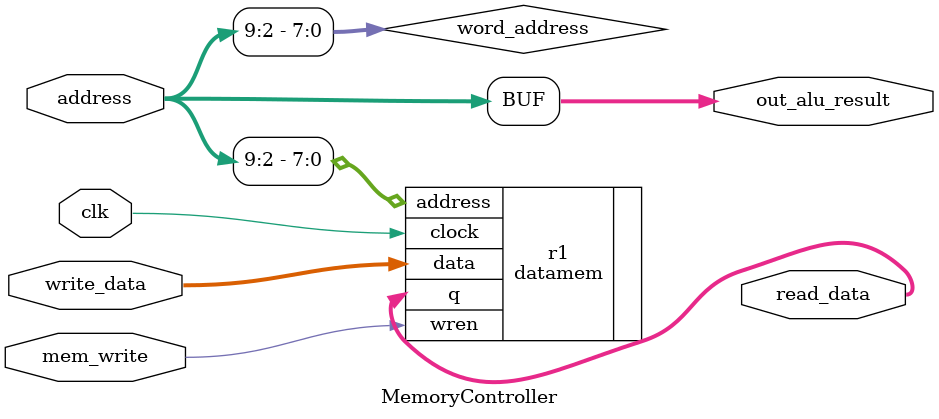
<source format=v>
module MemoryController(clk,
	address,
	write_data,
	mem_write, 
	read_data,
	out_alu_result); 
	
	
	input wire clk; 
	input wire[31:0] address; 
	input wire[31:0] write_data; 
	output wire[31:0] read_data; 
	output wire[31:0] out_alu_result; 
	input wire mem_write; 
	
	assign out_alu_result = address; 
	
	// Because the RAM is word addressable but verilog uses byte 
	// addressing we resolve the bytes to words 
	wire [7:0] word_address = address[9:2];
	
	datamem r1(
		.address(word_address), // the memory address we are writing to 
		.clock(clk), // the clock signal (~sysclock)
		.q(read_data), // the bus that will be read into on wren == 0
		.wren(mem_write), // write enabled? 
		.data(write_data) // the data to write on wren == 1 
	); 

endmodule 
</source>
